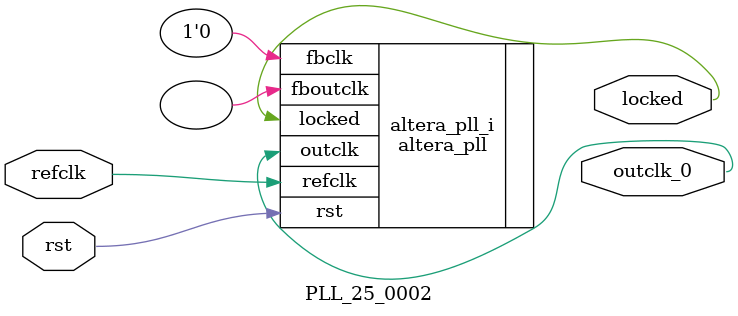
<source format=v>
`timescale 1ns/10ps
module  PLL_25_0002(

	// interface 'refclk'
	input wire refclk,

	// interface 'reset'
	input wire rst,

	// interface 'outclk0'
	output wire outclk_0,

	// interface 'locked'
	output wire locked
);

	altera_pll #(
		.fractional_vco_multiplier("false"),
		.reference_clock_frequency("50.0 MHz"),
		.operation_mode("normal"),
		.number_of_clocks(1),
		.output_clock_frequency0("25.000000 MHz"),
		.phase_shift0("0 ps"),
		.duty_cycle0(50),
		.output_clock_frequency1("0 MHz"),
		.phase_shift1("0 ps"),
		.duty_cycle1(50),
		.output_clock_frequency2("0 MHz"),
		.phase_shift2("0 ps"),
		.duty_cycle2(50),
		.output_clock_frequency3("0 MHz"),
		.phase_shift3("0 ps"),
		.duty_cycle3(50),
		.output_clock_frequency4("0 MHz"),
		.phase_shift4("0 ps"),
		.duty_cycle4(50),
		.output_clock_frequency5("0 MHz"),
		.phase_shift5("0 ps"),
		.duty_cycle5(50),
		.output_clock_frequency6("0 MHz"),
		.phase_shift6("0 ps"),
		.duty_cycle6(50),
		.output_clock_frequency7("0 MHz"),
		.phase_shift7("0 ps"),
		.duty_cycle7(50),
		.output_clock_frequency8("0 MHz"),
		.phase_shift8("0 ps"),
		.duty_cycle8(50),
		.output_clock_frequency9("0 MHz"),
		.phase_shift9("0 ps"),
		.duty_cycle9(50),
		.output_clock_frequency10("0 MHz"),
		.phase_shift10("0 ps"),
		.duty_cycle10(50),
		.output_clock_frequency11("0 MHz"),
		.phase_shift11("0 ps"),
		.duty_cycle11(50),
		.output_clock_frequency12("0 MHz"),
		.phase_shift12("0 ps"),
		.duty_cycle12(50),
		.output_clock_frequency13("0 MHz"),
		.phase_shift13("0 ps"),
		.duty_cycle13(50),
		.output_clock_frequency14("0 MHz"),
		.phase_shift14("0 ps"),
		.duty_cycle14(50),
		.output_clock_frequency15("0 MHz"),
		.phase_shift15("0 ps"),
		.duty_cycle15(50),
		.output_clock_frequency16("0 MHz"),
		.phase_shift16("0 ps"),
		.duty_cycle16(50),
		.output_clock_frequency17("0 MHz"),
		.phase_shift17("0 ps"),
		.duty_cycle17(50),
		.pll_type("General"),
		.pll_subtype("General")
	) altera_pll_i (
		.rst	(rst),
		.outclk	({outclk_0}),
		.locked	(locked),
		.fboutclk	( ),
		.fbclk	(1'b0),
		.refclk	(refclk)
	);
endmodule


</source>
